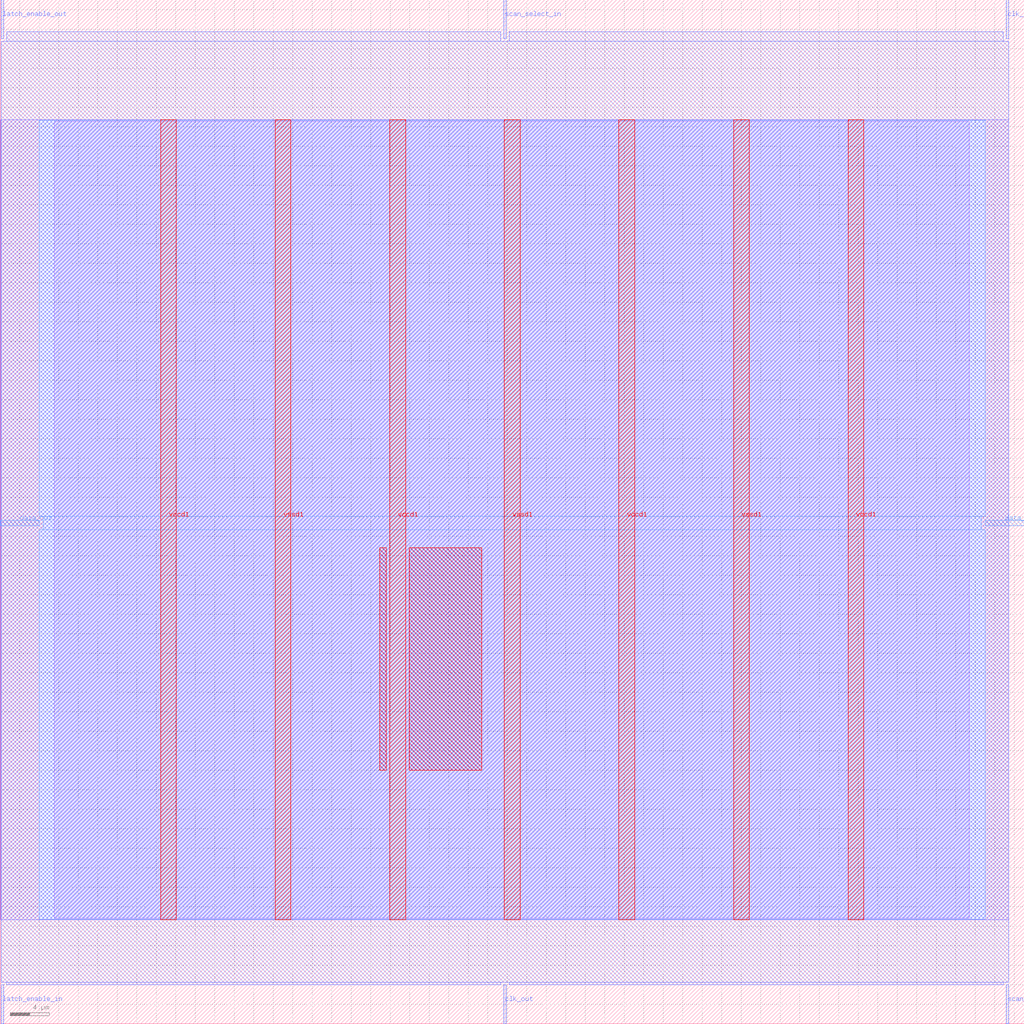
<source format=lef>
VERSION 5.7 ;
  NOWIREEXTENSIONATPIN ON ;
  DIVIDERCHAR "/" ;
  BUSBITCHARS "[]" ;
MACRO scan_wrapper_341452019534398035
  CLASS BLOCK ;
  FOREIGN scan_wrapper_341452019534398035 ;
  ORIGIN 0.000 0.000 ;
  SIZE 105.000 BY 105.000 ;
  PIN clk_in
    DIRECTION INPUT ;
    USE SIGNAL ;
    PORT
      LAYER met2 ;
        RECT 103.130 101.000 103.410 105.000 ;
    END
  END clk_in
  PIN clk_out
    DIRECTION OUTPUT TRISTATE ;
    USE SIGNAL ;
    PORT
      LAYER met2 ;
        RECT 51.610 0.000 51.890 4.000 ;
    END
  END clk_out
  PIN data_in
    DIRECTION INPUT ;
    USE SIGNAL ;
    PORT
      LAYER met3 ;
        RECT 101.000 51.040 105.000 51.640 ;
    END
  END data_in
  PIN data_out
    DIRECTION OUTPUT TRISTATE ;
    USE SIGNAL ;
    PORT
      LAYER met3 ;
        RECT 0.000 51.040 4.000 51.640 ;
    END
  END data_out
  PIN latch_enable_in
    DIRECTION INPUT ;
    USE SIGNAL ;
    PORT
      LAYER met2 ;
        RECT 0.090 0.000 0.370 4.000 ;
    END
  END latch_enable_in
  PIN latch_enable_out
    DIRECTION OUTPUT TRISTATE ;
    USE SIGNAL ;
    PORT
      LAYER met2 ;
        RECT 0.090 101.000 0.370 105.000 ;
    END
  END latch_enable_out
  PIN scan_select_in
    DIRECTION INPUT ;
    USE SIGNAL ;
    PORT
      LAYER met2 ;
        RECT 51.610 101.000 51.890 105.000 ;
    END
  END scan_select_in
  PIN scan_select_out
    DIRECTION OUTPUT TRISTATE ;
    USE SIGNAL ;
    PORT
      LAYER met2 ;
        RECT 103.130 0.000 103.410 4.000 ;
    END
  END scan_select_out
  PIN vccd1
    DIRECTION INOUT ;
    USE POWER ;
    PORT
      LAYER met4 ;
        RECT 16.465 10.640 18.065 92.720 ;
    END
    PORT
      LAYER met4 ;
        RECT 39.955 10.640 41.555 92.720 ;
    END
    PORT
      LAYER met4 ;
        RECT 63.445 10.640 65.045 92.720 ;
    END
    PORT
      LAYER met4 ;
        RECT 86.935 10.640 88.535 92.720 ;
    END
  END vccd1
  PIN vssd1
    DIRECTION INOUT ;
    USE GROUND ;
    PORT
      LAYER met4 ;
        RECT 28.210 10.640 29.810 92.720 ;
    END
    PORT
      LAYER met4 ;
        RECT 51.700 10.640 53.300 92.720 ;
    END
    PORT
      LAYER met4 ;
        RECT 75.190 10.640 76.790 92.720 ;
    END
  END vssd1
  OBS
      LAYER li1 ;
        RECT 5.520 10.795 99.360 92.565 ;
      LAYER met1 ;
        RECT 0.070 10.640 103.430 92.720 ;
      LAYER met2 ;
        RECT 0.650 100.720 51.330 101.730 ;
        RECT 52.170 100.720 102.850 101.730 ;
        RECT 0.100 4.280 103.400 100.720 ;
        RECT 0.650 4.000 51.330 4.280 ;
        RECT 52.170 4.000 102.850 4.280 ;
      LAYER met3 ;
        RECT 4.000 52.040 101.000 92.645 ;
        RECT 4.400 50.640 100.600 52.040 ;
        RECT 4.000 10.715 101.000 50.640 ;
      LAYER met4 ;
        RECT 38.935 26.015 39.555 48.785 ;
        RECT 41.955 26.015 49.385 48.785 ;
  END
END scan_wrapper_341452019534398035
END LIBRARY


</source>
